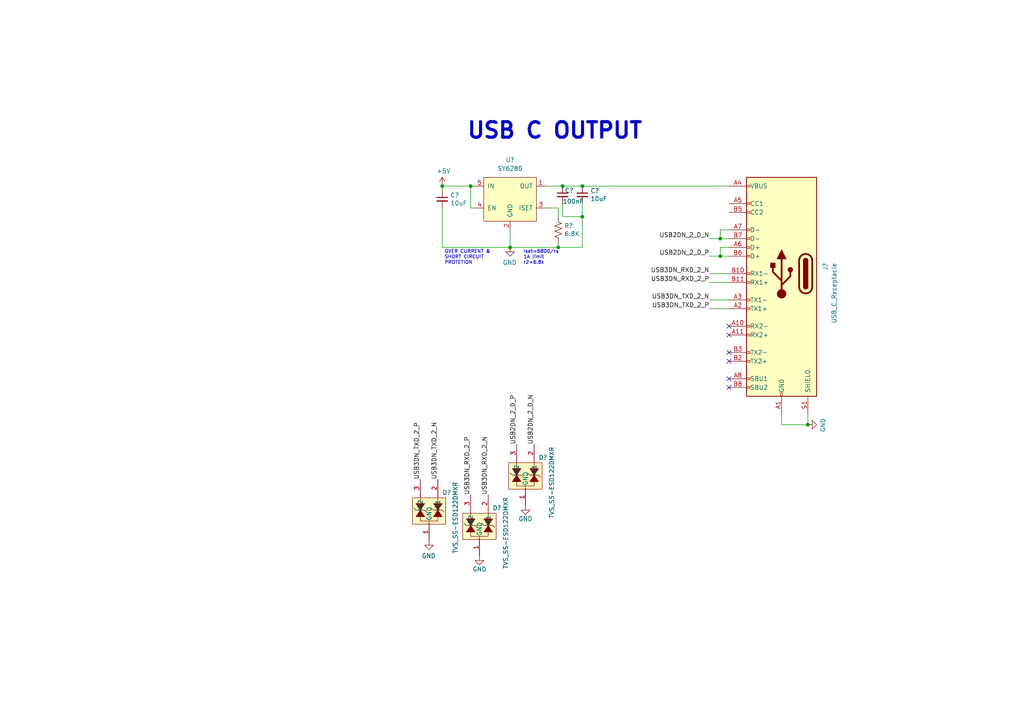
<source format=kicad_sch>
(kicad_sch (version 20211123) (generator eeschema)
  (paper "A4")
  (lib_symbols
    (symbol "Connector:USB_C_Receptacle" (pin_names (offset 1.016))
      (property "Reference" "J" (at -10.16 29.21 0))
      (property "Value" "USB_C_Receptacle" (at 10.16 29.21 0))
      (symbol "USB_C_Receptacle_0_0"
        (rectangle (start -0.254 -35.56) (end 0.254 -34.544))
        (rectangle (start 10.16 -32.766) (end 9.144 -33.274))
        (rectangle (start 10.16 -30.226) (end 9.144 -30.734))
        (rectangle (start 10.16 -25.146) (end 9.144 -25.654))
        (rectangle (start 10.16 -22.606) (end 9.144 -23.114))
        (rectangle (start 10.16 -17.526) (end 9.144 -18.034))
        (rectangle (start 10.16 -14.986) (end 9.144 -15.494))
        (rectangle (start 10.16 -9.906) (end 9.144 -10.414))
        (rectangle (start 10.16 -7.366) (end 9.144 -7.874))
        (rectangle (start 10.16 -2.286) (end 9.144 -2.794))
        (rectangle (start 10.16 0.254) (end 9.144 -0.254))
        (rectangle (start 10.16 5.334) (end 9.144 4.826))
        (rectangle (start 10.16 7.874) (end 9.144 7.366))
        (rectangle (start 10.16 10.414) (end 9.144 9.906))
        (rectangle (start 10.16 12.954) (end 9.144 12.446))
        (rectangle (start 10.16 18.034) (end 9.144 17.526))
        (rectangle (start 10.16 20.574) (end 9.144 20.066))
        (rectangle (start 10.16 25.654) (end 9.144 25.146))
      )
      (symbol "USB_C_Receptacle_0_1"
        (rectangle (start -10.16 27.94) (end 10.16 -35.56) (stroke (width 0.254)) (fill (type background)))
        (arc (start -8.89 -3.81) (mid -6.985 -5.715) (end -5.08 -3.81) (stroke (width 0.508)))
        (arc (start -7.62 -3.81) (mid -6.985 -4.445) (end -6.35 -3.81) (stroke (width 0.254)))
        (arc (start -7.62 -3.81) (mid -6.985 -4.445) (end -6.35 -3.81) (stroke (width 0.254)) (fill (type outline)))
        (rectangle (start -7.62 -3.81) (end -6.35 3.81) (stroke (width 0.254)) (fill (type outline)))
        (arc (start -6.35 3.81) (mid -6.985 4.445) (end -7.62 3.81) (stroke (width 0.254)))
        (arc (start -6.35 3.81) (mid -6.985 4.445) (end -7.62 3.81) (stroke (width 0.254)) (fill (type outline)))
        (arc (start -5.08 3.81) (mid -6.985 5.715) (end -8.89 3.81) (stroke (width 0.508)))
        (polyline (pts (xy -8.89 -3.81) (xy -8.89 3.81)) (stroke (width 0.508)))
        (polyline (pts (xy -5.08 3.81) (xy -5.08 -3.81)) (stroke (width 0.508)))
      )
      (symbol "USB_C_Receptacle_1_1"
        (circle (center -2.54 1.143) (radius 0.635) (stroke (width 0.254)) (fill (type outline)))
        (circle (center 0 -5.842) (radius 1.27) (fill (type outline)))
        (polyline (pts (xy 0 -5.842) (xy 0 4.318)) (stroke (width 0.508)))
        (polyline (pts (xy 0 -3.302) (xy -2.54 -0.762) (xy -2.54 0.508)) (stroke (width 0.508)))
        (polyline (pts (xy 0 -2.032) (xy 2.54 0.508) (xy 2.54 1.778)) (stroke (width 0.508)))
        (polyline (pts (xy -1.27 4.318) (xy 0 6.858) (xy 1.27 4.318) (xy -1.27 4.318)) (stroke (width 0.254)) (fill (type outline)))
        (rectangle (start 1.905 1.778) (end 3.175 3.048) (stroke (width 0.254)) (fill (type outline)))
        (pin passive line (at 0 -40.64 90) (length 5.08) (name "GND") (number "A1"))
        (pin bidirectional line (at 15.24 -15.24 180) (length 5.08) (name "RX2-") (number "A10"))
        (pin bidirectional line (at 15.24 -17.78 180) (length 5.08) (name "RX2+") (number "A11"))
        (pin passive line (at 0 -40.64 90) (length 5.08) hide (name "GND") (number "A12"))
        (pin bidirectional line (at 15.24 -10.16 180) (length 5.08) (name "TX1+") (number "A2"))
        (pin bidirectional line (at 15.24 -7.62 180) (length 5.08) (name "TX1-") (number "A3"))
        (pin passive line (at 15.24 25.4 180) (length 5.08) (name "VBUS") (number "A4"))
        (pin bidirectional line (at 15.24 20.32 180) (length 5.08) (name "CC1") (number "A5"))
        (pin bidirectional line (at 15.24 7.62 180) (length 5.08) (name "D+") (number "A6"))
        (pin bidirectional line (at 15.24 12.7 180) (length 5.08) (name "D-") (number "A7"))
        (pin bidirectional line (at 15.24 -30.48 180) (length 5.08) (name "SBU1") (number "A8"))
        (pin passive line (at 15.24 25.4 180) (length 5.08) hide (name "VBUS") (number "A9"))
        (pin passive line (at 0 -40.64 90) (length 5.08) hide (name "GND") (number "B1"))
        (pin bidirectional line (at 15.24 0 180) (length 5.08) (name "RX1-") (number "B10"))
        (pin bidirectional line (at 15.24 -2.54 180) (length 5.08) (name "RX1+") (number "B11"))
        (pin passive line (at 0 -40.64 90) (length 5.08) hide (name "GND") (number "B12"))
        (pin bidirectional line (at 15.24 -25.4 180) (length 5.08) (name "TX2+") (number "B2"))
        (pin bidirectional line (at 15.24 -22.86 180) (length 5.08) (name "TX2-") (number "B3"))
        (pin passive line (at 15.24 25.4 180) (length 5.08) hide (name "VBUS") (number "B4"))
        (pin bidirectional line (at 15.24 17.78 180) (length 5.08) (name "CC2") (number "B5"))
        (pin bidirectional line (at 15.24 5.08 180) (length 5.08) (name "D+") (number "B6"))
        (pin bidirectional line (at 15.24 10.16 180) (length 5.08) (name "D-") (number "B7"))
        (pin bidirectional line (at 15.24 -33.02 180) (length 5.08) (name "SBU2") (number "B8"))
        (pin passive line (at 15.24 25.4 180) (length 5.08) hide (name "VBUS") (number "B9"))
        (pin passive line (at -7.62 -40.64 90) (length 5.08) (name "SHIELD") (number "S1"))
      )
    )
    (symbol "Device:C_Small" (pin_numbers hide) (pin_names (offset 0.254) hide)
      (property "Reference" "C" (at 0.254 1.778 0))
      (property "Value" "C_Small" (at 0.254 -2.032 0))
      (symbol "C_Small_0_1"
        (polyline (pts (xy -1.524 -0.508) (xy 1.524 -0.508)) (stroke (width 0.3302)))
        (polyline (pts (xy -1.524 0.508) (xy 1.524 0.508)) (stroke (width 0.3048)))
      )
      (symbol "C_Small_1_1"
        (pin passive line (at 0 2.54 270) (length 2.032) (name "~") (number "1"))
        (pin passive line (at 0 -2.54 90) (length 2.032) (name "~") (number "2"))
      )
    )
    (symbol "Device:R_US" (pin_numbers hide) (pin_names (offset 0))
      (property "Reference" "R" (at 2.54 0 90))
      (property "Value" "R_US" (at -2.54 0 90))
      (symbol "R_US_0_1"
        (polyline (pts (xy 0 -2.286) (xy 0 -2.54)))
        (polyline (pts (xy 0 2.286) (xy 0 2.54)))
        (polyline (pts (xy 0 -0.762) (xy 1.016 -1.143) (xy 0 -1.524) (xy -1.016 -1.905) (xy 0 -2.286)))
        (polyline (pts (xy 0 0.762) (xy 1.016 0.381) (xy 0 0) (xy -1.016 -0.381) (xy 0 -0.762)))
        (polyline (pts (xy 0 2.286) (xy 1.016 1.905) (xy 0 1.524) (xy -1.016 1.143) (xy 0 0.762)))
      )
      (symbol "R_US_1_1"
        (pin passive line (at 0 3.81 270) (length 1.27) (name "~") (number "1"))
        (pin passive line (at 0 -3.81 90) (length 1.27) (name "~") (number "2"))
      )
    )
    (symbol "GCL_Integrated-Circuits:SY6280" (pin_names (offset 1.016))
      (property "Reference" "U?" (at 1.27 4.191 0))
      (property "Value" "SY6280" (at 1.27 1.8796 0))
      (symbol "SY6280_0_0"
        (pin output line (at 11.43 -2.54 180) (length 2.54) (name "OUT") (number "1"))
        (pin power_in line (at 1.27 -15.24 90) (length 2.54) (name "GND") (number "2"))
        (pin power_in line (at 11.43 -8.89 180) (length 2.54) (name "ISET") (number "3"))
        (pin power_in line (at -8.89 -8.89 0) (length 2.54) (name "EN") (number "4"))
        (pin input line (at -8.89 -2.54 0) (length 2.54) (name "IN") (number "5"))
      )
      (symbol "SY6280_0_1"
        (rectangle (start -6.35 0) (end 8.89 -12.7) (stroke (width 0.1524)) (fill (type background)))
      )
    )
    (symbol "GCL_Integrated-Circuits:TVS_SS-ESD122DMXR" (pin_names (offset 0.762))
      (property "Reference" "D10" (at 12.7 -5.08 0))
      (property "Value" "TVS_SS-ESD122DMXR" (at 12.065 -18.415 0))
      (symbol "TVS_SS-ESD122DMXR_0_0"
        (pin power_in line (at 21.59 -11.43 180) (length 5.08) (name "GND") (number "1"))
        (pin passive line (at 3.81 -8.89 0) (length 5.08) (name "IO1") (number "2"))
        (pin passive line (at 3.81 -13.97 0) (length 5.08) (name "IO2") (number "3"))
      )
      (symbol "TVS_SS-ESD122DMXR_0_1"
        (polyline (pts (xy 7.62 -13.97) (xy 10.795 -13.97)))
        (polyline (pts (xy 10.795 -8.89) (xy 7.62 -8.89)))
        (polyline (pts (xy 12.7 -15.24) (xy 12.065 -15.875)))
        (polyline (pts (xy 12.7 -12.7) (xy 12.7 -15.24)))
        (polyline (pts (xy 12.7 -12.7) (xy 13.335 -12.065)))
        (polyline (pts (xy 12.7 -10.16) (xy 12.065 -10.795)))
        (polyline (pts (xy 12.7 -7.62) (xy 12.7 -10.16)))
        (polyline (pts (xy 12.7 -7.62) (xy 13.335 -6.985)))
        (polyline (pts (xy 10.795 -12.7) (xy 10.795 -15.24) (xy 12.7 -13.97) (xy 10.795 -12.7)) (fill (type outline)))
        (polyline (pts (xy 10.795 -7.62) (xy 10.795 -10.16) (xy 12.7 -8.89) (xy 10.795 -7.62)) (fill (type outline)))
        (polyline (pts (xy 14.605 -12.7) (xy 14.605 -15.24) (xy 12.7 -13.97) (xy 14.605 -12.7)) (fill (type outline)))
        (polyline (pts (xy 14.605 -7.62) (xy 14.605 -10.16) (xy 12.7 -8.89) (xy 14.605 -7.62)) (fill (type outline)))
      )
      (symbol "TVS_SS-ESD122DMXR_1_1"
        (polyline (pts (xy 15.8496 -13.97) (xy 14.3764 -13.97)))
        (polyline (pts (xy 16.51 -11.43) (xy 15.8496 -11.43)))
        (polyline (pts (xy 12.7 -8.89) (xy 15.8496 -8.89) (xy 15.8496 -13.97)))
        (rectangle (start 9.144 -6.604) (end 16.764 -16.256) (fill (type background)))
      )
    )
    (symbol "USB_C_HUB-rescue:+5V-OLIMEX_Power" (power) (pin_names (offset 0))
      (property "Value" "+5V-OLIMEX_Power" (at 0 3.556 0))
      (symbol "+5V-OLIMEX_Power_0_1"
        (polyline (pts (xy -0.762 1.27) (xy 0 2.54)))
        (polyline (pts (xy 0 0) (xy 0 2.54)))
        (polyline (pts (xy 0 2.54) (xy 0.762 1.27)))
      )
      (symbol "+5V-OLIMEX_Power_1_1"
        (pin power_in line (at 0 0 90) (length 0) hide (name "+5V") (number "1"))
      )
    )
    (symbol "USB_C_HUB-rescue:GND-OLIMEX_Power" (power) (pin_names (offset 0))
      (property "Value" "GND-OLIMEX_Power" (at 0 -3.81 0))
      (symbol "GND-OLIMEX_Power_0_1"
        (polyline (pts (xy 0 0) (xy 0 -1.27) (xy 1.27 -1.27) (xy 0 -2.54) (xy -1.27 -1.27) (xy 0 -1.27)))
      )
      (symbol "GND-OLIMEX_Power_1_1"
        (pin power_in line (at 0 0 270) (length 0) hide (name "GND") (number "1"))
      )
    )
  )
  (junction (at 147.955 71.755))
  (junction (at 163.195 53.975))
  (junction (at 208.915 69.215))
  (junction (at 136.525 53.975))
  (junction (at 161.925 71.755))
  (junction (at 234.315 123.19))
  (junction (at 208.915 74.295))
  (junction (at 168.91 62.865))
  (junction (at 168.91 53.975))
  (junction (at 128.27 53.975))
  (no_connect (at 211.455 97.155))
  (no_connect (at 211.455 94.615))
  (no_connect (at 211.455 112.395))
  (no_connect (at 211.455 102.235))
  (no_connect (at 211.455 109.855))
  (no_connect (at 211.455 104.775))
  (wire (pts (xy 211.455 89.535) (xy 205.74 89.535)))
  (wire (pts (xy 211.455 81.915) (xy 205.74 81.915)))
  (wire (pts (xy 168.91 71.755) (xy 161.925 71.755)))
  (wire (pts (xy 158.115 53.975) (xy 163.195 53.975)))
  (wire (pts (xy 211.455 66.675) (xy 208.915 66.675)))
  (wire (pts (xy 128.27 53.975) (xy 136.525 53.975)))
  (wire (pts (xy 137.795 60.325) (xy 136.525 60.325)))
  (wire (pts (xy 234.315 123.19) (xy 234.315 120.015)))
  (wire (pts (xy 147.955 66.675) (xy 147.955 71.755)))
  (wire (pts (xy 163.195 59.055) (xy 163.195 62.865)))
  (wire (pts (xy 158.115 60.325) (xy 161.925 60.325)))
  (wire (pts (xy 208.915 66.675) (xy 208.915 69.215)))
  (wire (pts (xy 211.455 71.755) (xy 208.915 71.755)))
  (wire (pts (xy 128.27 71.755) (xy 147.955 71.755)))
  (wire (pts (xy 211.455 86.995) (xy 205.74 86.995)))
  (wire (pts (xy 136.525 53.975) (xy 137.795 53.975)))
  (wire (pts (xy 226.695 123.19) (xy 234.315 123.19)))
  (wire (pts (xy 168.91 59.055) (xy 168.91 62.865)))
  (wire (pts (xy 163.195 62.865) (xy 168.91 62.865)))
  (wire (pts (xy 211.455 79.375) (xy 205.74 79.375)))
  (wire (pts (xy 128.27 60.325) (xy 128.27 71.755)))
  (wire (pts (xy 208.915 74.295) (xy 205.74 74.295)))
  (wire (pts (xy 161.925 71.755) (xy 161.925 70.485)))
  (wire (pts (xy 136.525 60.325) (xy 136.525 53.975)))
  (wire (pts (xy 226.695 120.015) (xy 226.695 123.19)))
  (wire (pts (xy 168.91 53.975) (xy 211.455 53.975)))
  (wire (pts (xy 168.91 62.865) (xy 168.91 71.755)))
  (wire (pts (xy 147.955 71.755) (xy 161.925 71.755)))
  (wire (pts (xy 211.455 74.295) (xy 208.915 74.295)))
  (wire (pts (xy 208.915 69.215) (xy 205.74 69.215)))
  (wire (pts (xy 163.195 53.975) (xy 168.91 53.975)))
  (wire (pts (xy 128.27 55.245) (xy 128.27 53.975)))
  (wire (pts (xy 208.915 71.755) (xy 208.915 74.295)))
  (wire (pts (xy 211.455 69.215) (xy 208.915 69.215)))
  (wire (pts (xy 161.925 60.325) (xy 161.925 62.865)))
  (text "USB C OUTPUT" (at 186.69 40.64 180) (effects (font (size 4.5 4.5) (thickness 0.9) bold) (justify right bottom)))
  (text "OVER CURRENT &\nSHORT CIRCUIT \nPROTETION" (at 128.905 76.835 0) (effects (font (size 0.9906 0.9906)) (justify left bottom)))
  (text "Iset=6800/rs\n1A limit\nr2=6.8k" (at 151.765 76.835 0) (effects (font (size 0.9906 0.9906)) (justify left bottom)))
  (label "USB2DN_2_D_N" (at 205.74 69.215 180))
  (label "USB3DN_RXD_2_N" (at 141.605 143.51 90))
  (label "USB2DN_2_D_P" (at 205.74 74.295 180))
  (label "USB3DN_TXD_2_P" (at 121.92 139.065 90))
  (label "USB3DN_RXD_2_P" (at 205.74 81.915 180))
  (label "USB3DN_TXD_2_P" (at 205.74 89.535 180))
  (label "USB3DN_RXD_2_P" (at 136.525 143.51 90))
  (label "USB2DN_2_D_N" (at 154.94 128.905 90))
  (label "USB2DN_2_D_P" (at 149.86 128.905 90))
  (label "USB3DN_TXD_2_N" (at 205.74 86.995 180))
  (label "USB3DN_RXD_2_N" (at 205.74 79.375 180))
  (label "USB3DN_TXD_2_N" (at 127 139.065 90))
  (symbol (lib_id "USB_C_HUB-rescue:GND-OLIMEX_Power") (at 124.46 156.845 0) (mirror y) (unit 1)
    (property "Reference" "#PWR?" (effects hide))
    (property "Value" "GND" (at 124.333 161.2392 0))
  )
  (symbol (lib_id "USB_C_HUB-rescue:+5V-OLIMEX_Power") (at 128.27 53.975 0) (unit 1)
    (property "Reference" "#PWR?" (effects hide))
    (property "Value" "+5V" (at 128.651 49.5808 0))
  )
  (symbol (lib_id "Device:C_Small") (at 168.91 56.515 0) (unit 1)
    (property "Reference" "C?" (at 171.2468 55.3466 0) (effects (justify left)))
    (property "Value" "10uF" (at 171.2468 57.658 0) (effects (justify left)))
    (property "Footprint" "Capacitor_SMD:C_0603_1608Metric" (effects hide))
    (property "Mfr No." "CL10A106MQ8NNNC" (effects hide))
  )
  (symbol (lib_id "GCL_Integrated-Circuits:TVS_SS-ESD122DMXR") (at 163.83 125.095 270) (unit 1)
    (property "Reference" "D?" (at 156.21 132.715 90) (effects (justify left)))
    (property "Value" "TVS_SS-ESD122DMXR" (at 160.02 129.54 0) (effects (justify left)))
    (property "Footprint" "greencharge-footprints:DMX0003A" (effects hide))
    (property "Datasheet" "http://www.ti.com/lit/gpn/esd122" (effects hide))
    (property "Description" "2-Channel ESD Protection Diode for USB Type-C and HDMI 2.0" (effects hide))
    (property "Mouser Part Number" "595-ESD122DMXR" (effects hide))
    (property "Mouser Price/Stock" "https://www.mouser.co.uk/ProductDetail/Texas-Instruments/ESD122DMXR?qs=gt1LBUVyoHlO%2FS8I%252Bb9aFA%3D%3D" (effects hide))
    (property "Manufacturer_Name" "Texas Instruments" (effects hide))
    (property "Manufacturer_Part_Number" "ESD122DMXR" (effects hide))
  )
  (symbol (lib_id "Device:R_US") (at 161.925 66.675 0) (unit 1)
    (property "Reference" "R?" (at 163.6522 65.5066 0) (effects (justify left)))
    (property "Value" "6.8K" (at 163.6522 67.818 0) (effects (justify left)))
    (property "Footprint" "Resistor_SMD:R_0603_1608Metric" (effects hide))
  )
  (symbol (lib_id "USB_C_HUB-rescue:GND-OLIMEX_Power") (at 152.4 146.685 0) (mirror y) (unit 1)
    (property "Reference" "#PWR?" (effects hide))
    (property "Value" "GND" (at 152.4 150.495 0))
  )
  (symbol (lib_id "Device:C_Small") (at 163.195 56.515 0) (unit 1)
    (property "Reference" "C?" (at 163.83 55.245 0) (effects (justify left)))
    (property "Value" "100nF" (at 163.195 58.42 0) (effects (justify left)))
    (property "Footprint" "Capacitor_SMD:C_0402_1005Metric" (effects hide))
    (property "Mfr No." "0402B104K6R3CT" (effects hide))
  )
  (symbol (lib_id "GCL_Integrated-Circuits:SY6280") (at 146.685 51.435 0) (unit 1)
    (property "Reference" "U?" (at 147.955 46.355 0))
    (property "Value" "SY6280" (at 147.955 48.895 0))
    (property "Footprint" "Package_TO_SOT_SMD:SOT-23-5" (effects hide))
    (property "Datasheet" "https://datasheet.lcsc.com/lcsc/1810121532_Silergy-Corp-SY6280AAC_C55136.pdf" (effects hide))
  )
  (symbol (lib_id "GCL_Integrated-Circuits:TVS_SS-ESD122DMXR") (at 150.495 139.7 270) (unit 1)
    (property "Reference" "D?" (at 142.875 147.32 90) (effects (justify left)))
    (property "Value" "TVS_SS-ESD122DMXR" (at 146.685 144.145 0) (effects (justify left)))
    (property "Footprint" "greencharge-footprints:DMX0003A" (effects hide))
    (property "Datasheet" "http://www.ti.com/lit/gpn/esd122" (effects hide))
    (property "Description" "2-Channel ESD Protection Diode for USB Type-C and HDMI 2.0" (effects hide))
    (property "Mouser Part Number" "595-ESD122DMXR" (effects hide))
    (property "Mouser Price/Stock" "https://www.mouser.co.uk/ProductDetail/Texas-Instruments/ESD122DMXR?qs=gt1LBUVyoHlO%2FS8I%252Bb9aFA%3D%3D" (effects hide))
    (property "Manufacturer_Name" "Texas Instruments" (effects hide))
    (property "Manufacturer_Part_Number" "ESD122DMXR" (effects hide))
  )
  (symbol (lib_id "GCL_Integrated-Circuits:TVS_SS-ESD122DMXR") (at 135.89 135.255 270) (unit 1)
    (property "Reference" "D?" (at 128.27 142.875 90) (effects (justify left)))
    (property "Value" "TVS_SS-ESD122DMXR" (at 132.08 139.7 0) (effects (justify left)))
    (property "Footprint" "greencharge-footprints:DMX0003A" (effects hide))
    (property "Datasheet" "http://www.ti.com/lit/gpn/esd122" (effects hide))
    (property "Description" "2-Channel ESD Protection Diode for USB Type-C and HDMI 2.0" (effects hide))
    (property "Mouser Part Number" "595-ESD122DMXR" (effects hide))
    (property "Mouser Price/Stock" "https://www.mouser.co.uk/ProductDetail/Texas-Instruments/ESD122DMXR?qs=gt1LBUVyoHlO%2FS8I%252Bb9aFA%3D%3D" (effects hide))
    (property "Manufacturer_Name" "Texas Instruments" (effects hide))
    (property "Manufacturer_Part_Number" "ESD122DMXR" (effects hide))
  )
  (symbol (lib_id "USB_C_HUB-rescue:GND-OLIMEX_Power") (at 147.955 71.755 0) (mirror y) (unit 1)
    (property "Reference" "#PWR?" (effects hide))
    (property "Value" "GND" (at 147.828 76.1492 0))
  )
  (symbol (lib_id "USB_C_HUB-rescue:GND-OLIMEX_Power") (at 139.065 161.29 0) (mirror y) (unit 1)
    (property "Reference" "#PWR?" (effects hide))
    (property "Value" "GND" (at 139.065 165.1 0))
  )
  (symbol (lib_id "Device:C_Small") (at 128.27 57.785 0) (unit 1)
    (property "Reference" "C?" (at 130.6068 56.6166 0) (effects (justify left)))
    (property "Value" "10uF" (at 130.6068 58.928 0) (effects (justify left)))
    (property "Footprint" "Capacitor_SMD:C_0603_1608Metric" (effects hide))
    (property "Mfr No." "CL10A106MQ8NNNC" (effects hide))
  )
  (symbol (lib_id "USB_C_HUB-rescue:GND-OLIMEX_Power") (at 234.315 123.19 90) (mirror x) (unit 1)
    (property "Reference" "#PWR?" (effects hide))
    (property "Value" "GND" (at 238.7092 123.317 0))
  )
  (symbol (lib_id "Connector:USB_C_Receptacle") (at 226.695 79.375 0) (mirror y) (unit 1)
    (property "Reference" "J?" (at 239.395 76.2 90) (effects (justify right)))
    (property "Value" "USB_C_Receptacle" (at 241.935 76.2 90) (effects (justify right)))
    (property "Footprint" "greencharge-footprints:GCT_USB4056-03-A_REVA" (effects hide))
    (property "Datasheet" "https://www.usb.org/sites/default/files/documents/usb_type-c.zip" (effects hide))
  )
)
</source>
